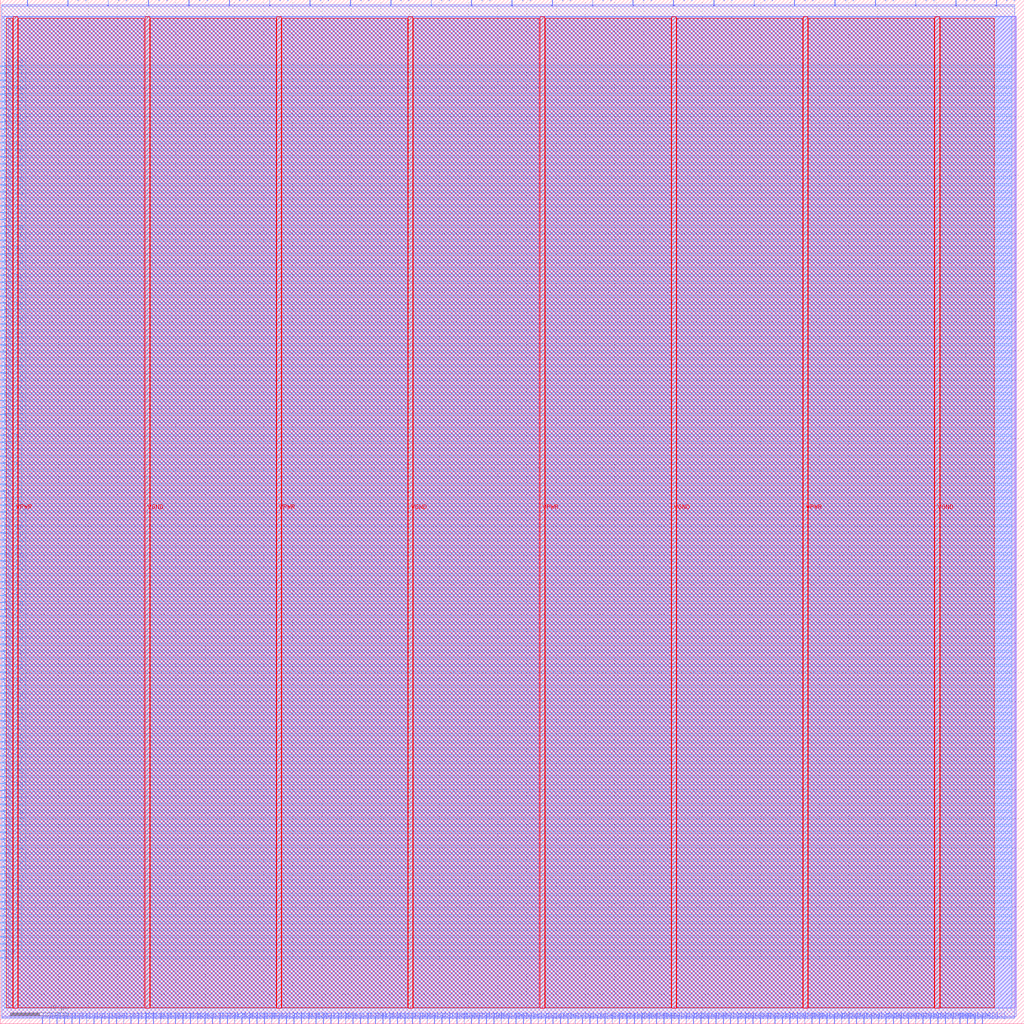
<source format=lef>
VERSION 5.7 ;
  NOWIREEXTENSIONATPIN ON ;
  DIVIDERCHAR "/" ;
  BUSBITCHARS "[]" ;
MACRO Microwatt_FP_DFFRFile
  CLASS BLOCK ;
  FOREIGN Microwatt_FP_DFFRFile ;
  ORIGIN 0.000 0.000 ;
  SIZE 700.000 BY 700.000 ;
  PIN CLK
    DIRECTION INPUT ;
    USE SIGNAL ;
    PORT
      LAYER met3 ;
        RECT 0.000 44.920 4.000 45.520 ;
    END
  END CLK
  PIN D1[0]
    DIRECTION OUTPUT TRISTATE ;
    USE SIGNAL ;
    PORT
      LAYER met3 ;
        RECT 0.000 49.680 4.000 50.280 ;
    END
  END D1[0]
  PIN D1[10]
    DIRECTION OUTPUT TRISTATE ;
    USE SIGNAL ;
    PORT
      LAYER met3 ;
        RECT 0.000 97.280 4.000 97.880 ;
    END
  END D1[10]
  PIN D1[11]
    DIRECTION OUTPUT TRISTATE ;
    USE SIGNAL ;
    PORT
      LAYER met3 ;
        RECT 0.000 102.040 4.000 102.640 ;
    END
  END D1[11]
  PIN D1[12]
    DIRECTION OUTPUT TRISTATE ;
    USE SIGNAL ;
    PORT
      LAYER met3 ;
        RECT 0.000 106.800 4.000 107.400 ;
    END
  END D1[12]
  PIN D1[13]
    DIRECTION OUTPUT TRISTATE ;
    USE SIGNAL ;
    PORT
      LAYER met3 ;
        RECT 0.000 111.560 4.000 112.160 ;
    END
  END D1[13]
  PIN D1[14]
    DIRECTION OUTPUT TRISTATE ;
    USE SIGNAL ;
    PORT
      LAYER met3 ;
        RECT 0.000 116.320 4.000 116.920 ;
    END
  END D1[14]
  PIN D1[15]
    DIRECTION OUTPUT TRISTATE ;
    USE SIGNAL ;
    PORT
      LAYER met3 ;
        RECT 0.000 121.080 4.000 121.680 ;
    END
  END D1[15]
  PIN D1[16]
    DIRECTION OUTPUT TRISTATE ;
    USE SIGNAL ;
    PORT
      LAYER met3 ;
        RECT 0.000 125.840 4.000 126.440 ;
    END
  END D1[16]
  PIN D1[17]
    DIRECTION OUTPUT TRISTATE ;
    USE SIGNAL ;
    PORT
      LAYER met3 ;
        RECT 0.000 130.600 4.000 131.200 ;
    END
  END D1[17]
  PIN D1[18]
    DIRECTION OUTPUT TRISTATE ;
    USE SIGNAL ;
    PORT
      LAYER met3 ;
        RECT 0.000 135.360 4.000 135.960 ;
    END
  END D1[18]
  PIN D1[19]
    DIRECTION OUTPUT TRISTATE ;
    USE SIGNAL ;
    PORT
      LAYER met3 ;
        RECT 0.000 140.120 4.000 140.720 ;
    END
  END D1[19]
  PIN D1[1]
    DIRECTION OUTPUT TRISTATE ;
    USE SIGNAL ;
    PORT
      LAYER met3 ;
        RECT 0.000 54.440 4.000 55.040 ;
    END
  END D1[1]
  PIN D1[20]
    DIRECTION OUTPUT TRISTATE ;
    USE SIGNAL ;
    PORT
      LAYER met3 ;
        RECT 0.000 144.880 4.000 145.480 ;
    END
  END D1[20]
  PIN D1[21]
    DIRECTION OUTPUT TRISTATE ;
    USE SIGNAL ;
    PORT
      LAYER met3 ;
        RECT 0.000 149.640 4.000 150.240 ;
    END
  END D1[21]
  PIN D1[22]
    DIRECTION OUTPUT TRISTATE ;
    USE SIGNAL ;
    PORT
      LAYER met3 ;
        RECT 0.000 154.400 4.000 155.000 ;
    END
  END D1[22]
  PIN D1[23]
    DIRECTION OUTPUT TRISTATE ;
    USE SIGNAL ;
    PORT
      LAYER met3 ;
        RECT 0.000 159.160 4.000 159.760 ;
    END
  END D1[23]
  PIN D1[24]
    DIRECTION OUTPUT TRISTATE ;
    USE SIGNAL ;
    PORT
      LAYER met3 ;
        RECT 0.000 163.920 4.000 164.520 ;
    END
  END D1[24]
  PIN D1[25]
    DIRECTION OUTPUT TRISTATE ;
    USE SIGNAL ;
    PORT
      LAYER met3 ;
        RECT 0.000 168.680 4.000 169.280 ;
    END
  END D1[25]
  PIN D1[26]
    DIRECTION OUTPUT TRISTATE ;
    USE SIGNAL ;
    PORT
      LAYER met3 ;
        RECT 0.000 173.440 4.000 174.040 ;
    END
  END D1[26]
  PIN D1[27]
    DIRECTION OUTPUT TRISTATE ;
    USE SIGNAL ;
    PORT
      LAYER met3 ;
        RECT 0.000 178.200 4.000 178.800 ;
    END
  END D1[27]
  PIN D1[28]
    DIRECTION OUTPUT TRISTATE ;
    USE SIGNAL ;
    PORT
      LAYER met3 ;
        RECT 0.000 182.960 4.000 183.560 ;
    END
  END D1[28]
  PIN D1[29]
    DIRECTION OUTPUT TRISTATE ;
    USE SIGNAL ;
    PORT
      LAYER met3 ;
        RECT 0.000 187.720 4.000 188.320 ;
    END
  END D1[29]
  PIN D1[2]
    DIRECTION OUTPUT TRISTATE ;
    USE SIGNAL ;
    PORT
      LAYER met3 ;
        RECT 0.000 59.200 4.000 59.800 ;
    END
  END D1[2]
  PIN D1[30]
    DIRECTION OUTPUT TRISTATE ;
    USE SIGNAL ;
    PORT
      LAYER met3 ;
        RECT 0.000 192.480 4.000 193.080 ;
    END
  END D1[30]
  PIN D1[31]
    DIRECTION OUTPUT TRISTATE ;
    USE SIGNAL ;
    PORT
      LAYER met3 ;
        RECT 0.000 197.240 4.000 197.840 ;
    END
  END D1[31]
  PIN D1[32]
    DIRECTION OUTPUT TRISTATE ;
    USE SIGNAL ;
    PORT
      LAYER met3 ;
        RECT 0.000 202.000 4.000 202.600 ;
    END
  END D1[32]
  PIN D1[33]
    DIRECTION OUTPUT TRISTATE ;
    USE SIGNAL ;
    PORT
      LAYER met3 ;
        RECT 0.000 206.760 4.000 207.360 ;
    END
  END D1[33]
  PIN D1[34]
    DIRECTION OUTPUT TRISTATE ;
    USE SIGNAL ;
    PORT
      LAYER met3 ;
        RECT 0.000 211.520 4.000 212.120 ;
    END
  END D1[34]
  PIN D1[35]
    DIRECTION OUTPUT TRISTATE ;
    USE SIGNAL ;
    PORT
      LAYER met3 ;
        RECT 0.000 216.280 4.000 216.880 ;
    END
  END D1[35]
  PIN D1[36]
    DIRECTION OUTPUT TRISTATE ;
    USE SIGNAL ;
    PORT
      LAYER met3 ;
        RECT 0.000 221.040 4.000 221.640 ;
    END
  END D1[36]
  PIN D1[37]
    DIRECTION OUTPUT TRISTATE ;
    USE SIGNAL ;
    PORT
      LAYER met3 ;
        RECT 0.000 225.800 4.000 226.400 ;
    END
  END D1[37]
  PIN D1[38]
    DIRECTION OUTPUT TRISTATE ;
    USE SIGNAL ;
    PORT
      LAYER met3 ;
        RECT 0.000 230.560 4.000 231.160 ;
    END
  END D1[38]
  PIN D1[39]
    DIRECTION OUTPUT TRISTATE ;
    USE SIGNAL ;
    PORT
      LAYER met3 ;
        RECT 0.000 235.320 4.000 235.920 ;
    END
  END D1[39]
  PIN D1[3]
    DIRECTION OUTPUT TRISTATE ;
    USE SIGNAL ;
    PORT
      LAYER met3 ;
        RECT 0.000 63.960 4.000 64.560 ;
    END
  END D1[3]
  PIN D1[40]
    DIRECTION OUTPUT TRISTATE ;
    USE SIGNAL ;
    PORT
      LAYER met3 ;
        RECT 0.000 240.080 4.000 240.680 ;
    END
  END D1[40]
  PIN D1[41]
    DIRECTION OUTPUT TRISTATE ;
    USE SIGNAL ;
    PORT
      LAYER met3 ;
        RECT 0.000 244.840 4.000 245.440 ;
    END
  END D1[41]
  PIN D1[42]
    DIRECTION OUTPUT TRISTATE ;
    USE SIGNAL ;
    PORT
      LAYER met3 ;
        RECT 0.000 249.600 4.000 250.200 ;
    END
  END D1[42]
  PIN D1[43]
    DIRECTION OUTPUT TRISTATE ;
    USE SIGNAL ;
    PORT
      LAYER met3 ;
        RECT 0.000 254.360 4.000 254.960 ;
    END
  END D1[43]
  PIN D1[44]
    DIRECTION OUTPUT TRISTATE ;
    USE SIGNAL ;
    PORT
      LAYER met3 ;
        RECT 0.000 259.120 4.000 259.720 ;
    END
  END D1[44]
  PIN D1[45]
    DIRECTION OUTPUT TRISTATE ;
    USE SIGNAL ;
    PORT
      LAYER met3 ;
        RECT 0.000 263.880 4.000 264.480 ;
    END
  END D1[45]
  PIN D1[46]
    DIRECTION OUTPUT TRISTATE ;
    USE SIGNAL ;
    PORT
      LAYER met3 ;
        RECT 0.000 268.640 4.000 269.240 ;
    END
  END D1[46]
  PIN D1[47]
    DIRECTION OUTPUT TRISTATE ;
    USE SIGNAL ;
    PORT
      LAYER met3 ;
        RECT 0.000 273.400 4.000 274.000 ;
    END
  END D1[47]
  PIN D1[48]
    DIRECTION OUTPUT TRISTATE ;
    USE SIGNAL ;
    PORT
      LAYER met3 ;
        RECT 0.000 278.160 4.000 278.760 ;
    END
  END D1[48]
  PIN D1[49]
    DIRECTION OUTPUT TRISTATE ;
    USE SIGNAL ;
    PORT
      LAYER met3 ;
        RECT 0.000 282.920 4.000 283.520 ;
    END
  END D1[49]
  PIN D1[4]
    DIRECTION OUTPUT TRISTATE ;
    USE SIGNAL ;
    PORT
      LAYER met3 ;
        RECT 0.000 68.720 4.000 69.320 ;
    END
  END D1[4]
  PIN D1[50]
    DIRECTION OUTPUT TRISTATE ;
    USE SIGNAL ;
    PORT
      LAYER met3 ;
        RECT 0.000 287.680 4.000 288.280 ;
    END
  END D1[50]
  PIN D1[51]
    DIRECTION OUTPUT TRISTATE ;
    USE SIGNAL ;
    PORT
      LAYER met3 ;
        RECT 0.000 292.440 4.000 293.040 ;
    END
  END D1[51]
  PIN D1[52]
    DIRECTION OUTPUT TRISTATE ;
    USE SIGNAL ;
    PORT
      LAYER met3 ;
        RECT 0.000 297.200 4.000 297.800 ;
    END
  END D1[52]
  PIN D1[53]
    DIRECTION OUTPUT TRISTATE ;
    USE SIGNAL ;
    PORT
      LAYER met3 ;
        RECT 0.000 301.960 4.000 302.560 ;
    END
  END D1[53]
  PIN D1[54]
    DIRECTION OUTPUT TRISTATE ;
    USE SIGNAL ;
    PORT
      LAYER met3 ;
        RECT 0.000 306.720 4.000 307.320 ;
    END
  END D1[54]
  PIN D1[55]
    DIRECTION OUTPUT TRISTATE ;
    USE SIGNAL ;
    PORT
      LAYER met3 ;
        RECT 0.000 311.480 4.000 312.080 ;
    END
  END D1[55]
  PIN D1[56]
    DIRECTION OUTPUT TRISTATE ;
    USE SIGNAL ;
    PORT
      LAYER met3 ;
        RECT 0.000 316.240 4.000 316.840 ;
    END
  END D1[56]
  PIN D1[57]
    DIRECTION OUTPUT TRISTATE ;
    USE SIGNAL ;
    PORT
      LAYER met3 ;
        RECT 0.000 321.000 4.000 321.600 ;
    END
  END D1[57]
  PIN D1[58]
    DIRECTION OUTPUT TRISTATE ;
    USE SIGNAL ;
    PORT
      LAYER met3 ;
        RECT 0.000 325.760 4.000 326.360 ;
    END
  END D1[58]
  PIN D1[59]
    DIRECTION OUTPUT TRISTATE ;
    USE SIGNAL ;
    PORT
      LAYER met3 ;
        RECT 0.000 330.520 4.000 331.120 ;
    END
  END D1[59]
  PIN D1[5]
    DIRECTION OUTPUT TRISTATE ;
    USE SIGNAL ;
    PORT
      LAYER met3 ;
        RECT 0.000 73.480 4.000 74.080 ;
    END
  END D1[5]
  PIN D1[60]
    DIRECTION OUTPUT TRISTATE ;
    USE SIGNAL ;
    PORT
      LAYER met3 ;
        RECT 0.000 335.280 4.000 335.880 ;
    END
  END D1[60]
  PIN D1[61]
    DIRECTION OUTPUT TRISTATE ;
    USE SIGNAL ;
    PORT
      LAYER met3 ;
        RECT 0.000 340.040 4.000 340.640 ;
    END
  END D1[61]
  PIN D1[62]
    DIRECTION OUTPUT TRISTATE ;
    USE SIGNAL ;
    PORT
      LAYER met3 ;
        RECT 0.000 344.800 4.000 345.400 ;
    END
  END D1[62]
  PIN D1[63]
    DIRECTION OUTPUT TRISTATE ;
    USE SIGNAL ;
    PORT
      LAYER met3 ;
        RECT 0.000 349.560 4.000 350.160 ;
    END
  END D1[63]
  PIN D1[6]
    DIRECTION OUTPUT TRISTATE ;
    USE SIGNAL ;
    PORT
      LAYER met3 ;
        RECT 0.000 78.240 4.000 78.840 ;
    END
  END D1[6]
  PIN D1[7]
    DIRECTION OUTPUT TRISTATE ;
    USE SIGNAL ;
    PORT
      LAYER met3 ;
        RECT 0.000 83.000 4.000 83.600 ;
    END
  END D1[7]
  PIN D1[8]
    DIRECTION OUTPUT TRISTATE ;
    USE SIGNAL ;
    PORT
      LAYER met3 ;
        RECT 0.000 87.760 4.000 88.360 ;
    END
  END D1[8]
  PIN D1[9]
    DIRECTION OUTPUT TRISTATE ;
    USE SIGNAL ;
    PORT
      LAYER met3 ;
        RECT 0.000 92.520 4.000 93.120 ;
    END
  END D1[9]
  PIN D2[0]
    DIRECTION OUTPUT TRISTATE ;
    USE SIGNAL ;
    PORT
      LAYER met3 ;
        RECT 0.000 354.320 4.000 354.920 ;
    END
  END D2[0]
  PIN D2[10]
    DIRECTION OUTPUT TRISTATE ;
    USE SIGNAL ;
    PORT
      LAYER met3 ;
        RECT 0.000 401.920 4.000 402.520 ;
    END
  END D2[10]
  PIN D2[11]
    DIRECTION OUTPUT TRISTATE ;
    USE SIGNAL ;
    PORT
      LAYER met3 ;
        RECT 0.000 406.680 4.000 407.280 ;
    END
  END D2[11]
  PIN D2[12]
    DIRECTION OUTPUT TRISTATE ;
    USE SIGNAL ;
    PORT
      LAYER met3 ;
        RECT 0.000 411.440 4.000 412.040 ;
    END
  END D2[12]
  PIN D2[13]
    DIRECTION OUTPUT TRISTATE ;
    USE SIGNAL ;
    PORT
      LAYER met3 ;
        RECT 0.000 416.200 4.000 416.800 ;
    END
  END D2[13]
  PIN D2[14]
    DIRECTION OUTPUT TRISTATE ;
    USE SIGNAL ;
    PORT
      LAYER met3 ;
        RECT 0.000 420.960 4.000 421.560 ;
    END
  END D2[14]
  PIN D2[15]
    DIRECTION OUTPUT TRISTATE ;
    USE SIGNAL ;
    PORT
      LAYER met3 ;
        RECT 0.000 425.720 4.000 426.320 ;
    END
  END D2[15]
  PIN D2[16]
    DIRECTION OUTPUT TRISTATE ;
    USE SIGNAL ;
    PORT
      LAYER met3 ;
        RECT 0.000 430.480 4.000 431.080 ;
    END
  END D2[16]
  PIN D2[17]
    DIRECTION OUTPUT TRISTATE ;
    USE SIGNAL ;
    PORT
      LAYER met3 ;
        RECT 0.000 435.240 4.000 435.840 ;
    END
  END D2[17]
  PIN D2[18]
    DIRECTION OUTPUT TRISTATE ;
    USE SIGNAL ;
    PORT
      LAYER met3 ;
        RECT 0.000 440.000 4.000 440.600 ;
    END
  END D2[18]
  PIN D2[19]
    DIRECTION OUTPUT TRISTATE ;
    USE SIGNAL ;
    PORT
      LAYER met3 ;
        RECT 0.000 444.760 4.000 445.360 ;
    END
  END D2[19]
  PIN D2[1]
    DIRECTION OUTPUT TRISTATE ;
    USE SIGNAL ;
    PORT
      LAYER met3 ;
        RECT 0.000 359.080 4.000 359.680 ;
    END
  END D2[1]
  PIN D2[20]
    DIRECTION OUTPUT TRISTATE ;
    USE SIGNAL ;
    PORT
      LAYER met3 ;
        RECT 0.000 449.520 4.000 450.120 ;
    END
  END D2[20]
  PIN D2[21]
    DIRECTION OUTPUT TRISTATE ;
    USE SIGNAL ;
    PORT
      LAYER met3 ;
        RECT 0.000 454.280 4.000 454.880 ;
    END
  END D2[21]
  PIN D2[22]
    DIRECTION OUTPUT TRISTATE ;
    USE SIGNAL ;
    PORT
      LAYER met3 ;
        RECT 0.000 459.040 4.000 459.640 ;
    END
  END D2[22]
  PIN D2[23]
    DIRECTION OUTPUT TRISTATE ;
    USE SIGNAL ;
    PORT
      LAYER met3 ;
        RECT 0.000 463.800 4.000 464.400 ;
    END
  END D2[23]
  PIN D2[24]
    DIRECTION OUTPUT TRISTATE ;
    USE SIGNAL ;
    PORT
      LAYER met3 ;
        RECT 0.000 468.560 4.000 469.160 ;
    END
  END D2[24]
  PIN D2[25]
    DIRECTION OUTPUT TRISTATE ;
    USE SIGNAL ;
    PORT
      LAYER met3 ;
        RECT 0.000 473.320 4.000 473.920 ;
    END
  END D2[25]
  PIN D2[26]
    DIRECTION OUTPUT TRISTATE ;
    USE SIGNAL ;
    PORT
      LAYER met3 ;
        RECT 0.000 478.080 4.000 478.680 ;
    END
  END D2[26]
  PIN D2[27]
    DIRECTION OUTPUT TRISTATE ;
    USE SIGNAL ;
    PORT
      LAYER met3 ;
        RECT 0.000 482.840 4.000 483.440 ;
    END
  END D2[27]
  PIN D2[28]
    DIRECTION OUTPUT TRISTATE ;
    USE SIGNAL ;
    PORT
      LAYER met3 ;
        RECT 0.000 487.600 4.000 488.200 ;
    END
  END D2[28]
  PIN D2[29]
    DIRECTION OUTPUT TRISTATE ;
    USE SIGNAL ;
    PORT
      LAYER met3 ;
        RECT 0.000 492.360 4.000 492.960 ;
    END
  END D2[29]
  PIN D2[2]
    DIRECTION OUTPUT TRISTATE ;
    USE SIGNAL ;
    PORT
      LAYER met3 ;
        RECT 0.000 363.840 4.000 364.440 ;
    END
  END D2[2]
  PIN D2[30]
    DIRECTION OUTPUT TRISTATE ;
    USE SIGNAL ;
    PORT
      LAYER met3 ;
        RECT 0.000 497.120 4.000 497.720 ;
    END
  END D2[30]
  PIN D2[31]
    DIRECTION OUTPUT TRISTATE ;
    USE SIGNAL ;
    PORT
      LAYER met3 ;
        RECT 0.000 501.880 4.000 502.480 ;
    END
  END D2[31]
  PIN D2[32]
    DIRECTION OUTPUT TRISTATE ;
    USE SIGNAL ;
    PORT
      LAYER met3 ;
        RECT 0.000 506.640 4.000 507.240 ;
    END
  END D2[32]
  PIN D2[33]
    DIRECTION OUTPUT TRISTATE ;
    USE SIGNAL ;
    PORT
      LAYER met3 ;
        RECT 0.000 511.400 4.000 512.000 ;
    END
  END D2[33]
  PIN D2[34]
    DIRECTION OUTPUT TRISTATE ;
    USE SIGNAL ;
    PORT
      LAYER met3 ;
        RECT 0.000 516.160 4.000 516.760 ;
    END
  END D2[34]
  PIN D2[35]
    DIRECTION OUTPUT TRISTATE ;
    USE SIGNAL ;
    PORT
      LAYER met3 ;
        RECT 0.000 520.920 4.000 521.520 ;
    END
  END D2[35]
  PIN D2[36]
    DIRECTION OUTPUT TRISTATE ;
    USE SIGNAL ;
    PORT
      LAYER met3 ;
        RECT 0.000 525.680 4.000 526.280 ;
    END
  END D2[36]
  PIN D2[37]
    DIRECTION OUTPUT TRISTATE ;
    USE SIGNAL ;
    PORT
      LAYER met3 ;
        RECT 0.000 530.440 4.000 531.040 ;
    END
  END D2[37]
  PIN D2[38]
    DIRECTION OUTPUT TRISTATE ;
    USE SIGNAL ;
    PORT
      LAYER met3 ;
        RECT 0.000 535.200 4.000 535.800 ;
    END
  END D2[38]
  PIN D2[39]
    DIRECTION OUTPUT TRISTATE ;
    USE SIGNAL ;
    PORT
      LAYER met3 ;
        RECT 0.000 539.960 4.000 540.560 ;
    END
  END D2[39]
  PIN D2[3]
    DIRECTION OUTPUT TRISTATE ;
    USE SIGNAL ;
    PORT
      LAYER met3 ;
        RECT 0.000 368.600 4.000 369.200 ;
    END
  END D2[3]
  PIN D2[40]
    DIRECTION OUTPUT TRISTATE ;
    USE SIGNAL ;
    PORT
      LAYER met3 ;
        RECT 0.000 544.720 4.000 545.320 ;
    END
  END D2[40]
  PIN D2[41]
    DIRECTION OUTPUT TRISTATE ;
    USE SIGNAL ;
    PORT
      LAYER met3 ;
        RECT 0.000 549.480 4.000 550.080 ;
    END
  END D2[41]
  PIN D2[42]
    DIRECTION OUTPUT TRISTATE ;
    USE SIGNAL ;
    PORT
      LAYER met3 ;
        RECT 0.000 554.240 4.000 554.840 ;
    END
  END D2[42]
  PIN D2[43]
    DIRECTION OUTPUT TRISTATE ;
    USE SIGNAL ;
    PORT
      LAYER met3 ;
        RECT 0.000 559.000 4.000 559.600 ;
    END
  END D2[43]
  PIN D2[44]
    DIRECTION OUTPUT TRISTATE ;
    USE SIGNAL ;
    PORT
      LAYER met3 ;
        RECT 0.000 563.760 4.000 564.360 ;
    END
  END D2[44]
  PIN D2[45]
    DIRECTION OUTPUT TRISTATE ;
    USE SIGNAL ;
    PORT
      LAYER met3 ;
        RECT 0.000 568.520 4.000 569.120 ;
    END
  END D2[45]
  PIN D2[46]
    DIRECTION OUTPUT TRISTATE ;
    USE SIGNAL ;
    PORT
      LAYER met3 ;
        RECT 0.000 573.280 4.000 573.880 ;
    END
  END D2[46]
  PIN D2[47]
    DIRECTION OUTPUT TRISTATE ;
    USE SIGNAL ;
    PORT
      LAYER met3 ;
        RECT 0.000 578.040 4.000 578.640 ;
    END
  END D2[47]
  PIN D2[48]
    DIRECTION OUTPUT TRISTATE ;
    USE SIGNAL ;
    PORT
      LAYER met3 ;
        RECT 0.000 582.800 4.000 583.400 ;
    END
  END D2[48]
  PIN D2[49]
    DIRECTION OUTPUT TRISTATE ;
    USE SIGNAL ;
    PORT
      LAYER met3 ;
        RECT 0.000 587.560 4.000 588.160 ;
    END
  END D2[49]
  PIN D2[4]
    DIRECTION OUTPUT TRISTATE ;
    USE SIGNAL ;
    PORT
      LAYER met3 ;
        RECT 0.000 373.360 4.000 373.960 ;
    END
  END D2[4]
  PIN D2[50]
    DIRECTION OUTPUT TRISTATE ;
    USE SIGNAL ;
    PORT
      LAYER met3 ;
        RECT 0.000 592.320 4.000 592.920 ;
    END
  END D2[50]
  PIN D2[51]
    DIRECTION OUTPUT TRISTATE ;
    USE SIGNAL ;
    PORT
      LAYER met3 ;
        RECT 0.000 597.080 4.000 597.680 ;
    END
  END D2[51]
  PIN D2[52]
    DIRECTION OUTPUT TRISTATE ;
    USE SIGNAL ;
    PORT
      LAYER met3 ;
        RECT 0.000 601.840 4.000 602.440 ;
    END
  END D2[52]
  PIN D2[53]
    DIRECTION OUTPUT TRISTATE ;
    USE SIGNAL ;
    PORT
      LAYER met3 ;
        RECT 0.000 606.600 4.000 607.200 ;
    END
  END D2[53]
  PIN D2[54]
    DIRECTION OUTPUT TRISTATE ;
    USE SIGNAL ;
    PORT
      LAYER met3 ;
        RECT 0.000 611.360 4.000 611.960 ;
    END
  END D2[54]
  PIN D2[55]
    DIRECTION OUTPUT TRISTATE ;
    USE SIGNAL ;
    PORT
      LAYER met3 ;
        RECT 0.000 616.120 4.000 616.720 ;
    END
  END D2[55]
  PIN D2[56]
    DIRECTION OUTPUT TRISTATE ;
    USE SIGNAL ;
    PORT
      LAYER met3 ;
        RECT 0.000 620.880 4.000 621.480 ;
    END
  END D2[56]
  PIN D2[57]
    DIRECTION OUTPUT TRISTATE ;
    USE SIGNAL ;
    PORT
      LAYER met3 ;
        RECT 0.000 625.640 4.000 626.240 ;
    END
  END D2[57]
  PIN D2[58]
    DIRECTION OUTPUT TRISTATE ;
    USE SIGNAL ;
    PORT
      LAYER met3 ;
        RECT 0.000 630.400 4.000 631.000 ;
    END
  END D2[58]
  PIN D2[59]
    DIRECTION OUTPUT TRISTATE ;
    USE SIGNAL ;
    PORT
      LAYER met3 ;
        RECT 0.000 635.160 4.000 635.760 ;
    END
  END D2[59]
  PIN D2[5]
    DIRECTION OUTPUT TRISTATE ;
    USE SIGNAL ;
    PORT
      LAYER met3 ;
        RECT 0.000 378.120 4.000 378.720 ;
    END
  END D2[5]
  PIN D2[60]
    DIRECTION OUTPUT TRISTATE ;
    USE SIGNAL ;
    PORT
      LAYER met3 ;
        RECT 0.000 639.920 4.000 640.520 ;
    END
  END D2[60]
  PIN D2[61]
    DIRECTION OUTPUT TRISTATE ;
    USE SIGNAL ;
    PORT
      LAYER met3 ;
        RECT 0.000 644.680 4.000 645.280 ;
    END
  END D2[61]
  PIN D2[62]
    DIRECTION OUTPUT TRISTATE ;
    USE SIGNAL ;
    PORT
      LAYER met3 ;
        RECT 0.000 649.440 4.000 650.040 ;
    END
  END D2[62]
  PIN D2[63]
    DIRECTION OUTPUT TRISTATE ;
    USE SIGNAL ;
    PORT
      LAYER met3 ;
        RECT 0.000 654.200 4.000 654.800 ;
    END
  END D2[63]
  PIN D2[6]
    DIRECTION OUTPUT TRISTATE ;
    USE SIGNAL ;
    PORT
      LAYER met3 ;
        RECT 0.000 382.880 4.000 383.480 ;
    END
  END D2[6]
  PIN D2[7]
    DIRECTION OUTPUT TRISTATE ;
    USE SIGNAL ;
    PORT
      LAYER met3 ;
        RECT 0.000 387.640 4.000 388.240 ;
    END
  END D2[7]
  PIN D2[8]
    DIRECTION OUTPUT TRISTATE ;
    USE SIGNAL ;
    PORT
      LAYER met3 ;
        RECT 0.000 392.400 4.000 393.000 ;
    END
  END D2[8]
  PIN D2[9]
    DIRECTION OUTPUT TRISTATE ;
    USE SIGNAL ;
    PORT
      LAYER met3 ;
        RECT 0.000 397.160 4.000 397.760 ;
    END
  END D2[9]
  PIN D3[0]
    DIRECTION OUTPUT TRISTATE ;
    USE SIGNAL ;
    PORT
      LAYER met2 ;
        RECT 28.610 0.000 28.890 4.000 ;
    END
  END D3[0]
  PIN D3[10]
    DIRECTION OUTPUT TRISTATE ;
    USE SIGNAL ;
    PORT
      LAYER met2 ;
        RECT 79.210 0.000 79.490 4.000 ;
    END
  END D3[10]
  PIN D3[11]
    DIRECTION OUTPUT TRISTATE ;
    USE SIGNAL ;
    PORT
      LAYER met2 ;
        RECT 84.270 0.000 84.550 4.000 ;
    END
  END D3[11]
  PIN D3[12]
    DIRECTION OUTPUT TRISTATE ;
    USE SIGNAL ;
    PORT
      LAYER met2 ;
        RECT 89.330 0.000 89.610 4.000 ;
    END
  END D3[12]
  PIN D3[13]
    DIRECTION OUTPUT TRISTATE ;
    USE SIGNAL ;
    PORT
      LAYER met2 ;
        RECT 94.390 0.000 94.670 4.000 ;
    END
  END D3[13]
  PIN D3[14]
    DIRECTION OUTPUT TRISTATE ;
    USE SIGNAL ;
    PORT
      LAYER met2 ;
        RECT 99.450 0.000 99.730 4.000 ;
    END
  END D3[14]
  PIN D3[15]
    DIRECTION OUTPUT TRISTATE ;
    USE SIGNAL ;
    PORT
      LAYER met2 ;
        RECT 104.510 0.000 104.790 4.000 ;
    END
  END D3[15]
  PIN D3[16]
    DIRECTION OUTPUT TRISTATE ;
    USE SIGNAL ;
    PORT
      LAYER met2 ;
        RECT 109.570 0.000 109.850 4.000 ;
    END
  END D3[16]
  PIN D3[17]
    DIRECTION OUTPUT TRISTATE ;
    USE SIGNAL ;
    PORT
      LAYER met2 ;
        RECT 114.630 0.000 114.910 4.000 ;
    END
  END D3[17]
  PIN D3[18]
    DIRECTION OUTPUT TRISTATE ;
    USE SIGNAL ;
    PORT
      LAYER met2 ;
        RECT 119.690 0.000 119.970 4.000 ;
    END
  END D3[18]
  PIN D3[19]
    DIRECTION OUTPUT TRISTATE ;
    USE SIGNAL ;
    PORT
      LAYER met2 ;
        RECT 124.750 0.000 125.030 4.000 ;
    END
  END D3[19]
  PIN D3[1]
    DIRECTION OUTPUT TRISTATE ;
    USE SIGNAL ;
    PORT
      LAYER met2 ;
        RECT 33.670 0.000 33.950 4.000 ;
    END
  END D3[1]
  PIN D3[20]
    DIRECTION OUTPUT TRISTATE ;
    USE SIGNAL ;
    PORT
      LAYER met2 ;
        RECT 129.810 0.000 130.090 4.000 ;
    END
  END D3[20]
  PIN D3[21]
    DIRECTION OUTPUT TRISTATE ;
    USE SIGNAL ;
    PORT
      LAYER met2 ;
        RECT 134.870 0.000 135.150 4.000 ;
    END
  END D3[21]
  PIN D3[22]
    DIRECTION OUTPUT TRISTATE ;
    USE SIGNAL ;
    PORT
      LAYER met2 ;
        RECT 139.930 0.000 140.210 4.000 ;
    END
  END D3[22]
  PIN D3[23]
    DIRECTION OUTPUT TRISTATE ;
    USE SIGNAL ;
    PORT
      LAYER met2 ;
        RECT 144.990 0.000 145.270 4.000 ;
    END
  END D3[23]
  PIN D3[24]
    DIRECTION OUTPUT TRISTATE ;
    USE SIGNAL ;
    PORT
      LAYER met2 ;
        RECT 150.050 0.000 150.330 4.000 ;
    END
  END D3[24]
  PIN D3[25]
    DIRECTION OUTPUT TRISTATE ;
    USE SIGNAL ;
    PORT
      LAYER met2 ;
        RECT 155.110 0.000 155.390 4.000 ;
    END
  END D3[25]
  PIN D3[26]
    DIRECTION OUTPUT TRISTATE ;
    USE SIGNAL ;
    PORT
      LAYER met2 ;
        RECT 160.170 0.000 160.450 4.000 ;
    END
  END D3[26]
  PIN D3[27]
    DIRECTION OUTPUT TRISTATE ;
    USE SIGNAL ;
    PORT
      LAYER met2 ;
        RECT 165.230 0.000 165.510 4.000 ;
    END
  END D3[27]
  PIN D3[28]
    DIRECTION OUTPUT TRISTATE ;
    USE SIGNAL ;
    PORT
      LAYER met2 ;
        RECT 170.290 0.000 170.570 4.000 ;
    END
  END D3[28]
  PIN D3[29]
    DIRECTION OUTPUT TRISTATE ;
    USE SIGNAL ;
    PORT
      LAYER met2 ;
        RECT 175.350 0.000 175.630 4.000 ;
    END
  END D3[29]
  PIN D3[2]
    DIRECTION OUTPUT TRISTATE ;
    USE SIGNAL ;
    PORT
      LAYER met2 ;
        RECT 38.730 0.000 39.010 4.000 ;
    END
  END D3[2]
  PIN D3[30]
    DIRECTION OUTPUT TRISTATE ;
    USE SIGNAL ;
    PORT
      LAYER met2 ;
        RECT 180.410 0.000 180.690 4.000 ;
    END
  END D3[30]
  PIN D3[31]
    DIRECTION OUTPUT TRISTATE ;
    USE SIGNAL ;
    PORT
      LAYER met2 ;
        RECT 185.470 0.000 185.750 4.000 ;
    END
  END D3[31]
  PIN D3[32]
    DIRECTION OUTPUT TRISTATE ;
    USE SIGNAL ;
    PORT
      LAYER met2 ;
        RECT 190.530 0.000 190.810 4.000 ;
    END
  END D3[32]
  PIN D3[33]
    DIRECTION OUTPUT TRISTATE ;
    USE SIGNAL ;
    PORT
      LAYER met2 ;
        RECT 195.590 0.000 195.870 4.000 ;
    END
  END D3[33]
  PIN D3[34]
    DIRECTION OUTPUT TRISTATE ;
    USE SIGNAL ;
    PORT
      LAYER met2 ;
        RECT 200.650 0.000 200.930 4.000 ;
    END
  END D3[34]
  PIN D3[35]
    DIRECTION OUTPUT TRISTATE ;
    USE SIGNAL ;
    PORT
      LAYER met2 ;
        RECT 205.710 0.000 205.990 4.000 ;
    END
  END D3[35]
  PIN D3[36]
    DIRECTION OUTPUT TRISTATE ;
    USE SIGNAL ;
    PORT
      LAYER met2 ;
        RECT 210.770 0.000 211.050 4.000 ;
    END
  END D3[36]
  PIN D3[37]
    DIRECTION OUTPUT TRISTATE ;
    USE SIGNAL ;
    PORT
      LAYER met2 ;
        RECT 215.830 0.000 216.110 4.000 ;
    END
  END D3[37]
  PIN D3[38]
    DIRECTION OUTPUT TRISTATE ;
    USE SIGNAL ;
    PORT
      LAYER met2 ;
        RECT 220.890 0.000 221.170 4.000 ;
    END
  END D3[38]
  PIN D3[39]
    DIRECTION OUTPUT TRISTATE ;
    USE SIGNAL ;
    PORT
      LAYER met2 ;
        RECT 225.950 0.000 226.230 4.000 ;
    END
  END D3[39]
  PIN D3[3]
    DIRECTION OUTPUT TRISTATE ;
    USE SIGNAL ;
    PORT
      LAYER met2 ;
        RECT 43.790 0.000 44.070 4.000 ;
    END
  END D3[3]
  PIN D3[40]
    DIRECTION OUTPUT TRISTATE ;
    USE SIGNAL ;
    PORT
      LAYER met2 ;
        RECT 231.010 0.000 231.290 4.000 ;
    END
  END D3[40]
  PIN D3[41]
    DIRECTION OUTPUT TRISTATE ;
    USE SIGNAL ;
    PORT
      LAYER met2 ;
        RECT 236.070 0.000 236.350 4.000 ;
    END
  END D3[41]
  PIN D3[42]
    DIRECTION OUTPUT TRISTATE ;
    USE SIGNAL ;
    PORT
      LAYER met2 ;
        RECT 241.130 0.000 241.410 4.000 ;
    END
  END D3[42]
  PIN D3[43]
    DIRECTION OUTPUT TRISTATE ;
    USE SIGNAL ;
    PORT
      LAYER met2 ;
        RECT 246.190 0.000 246.470 4.000 ;
    END
  END D3[43]
  PIN D3[44]
    DIRECTION OUTPUT TRISTATE ;
    USE SIGNAL ;
    PORT
      LAYER met2 ;
        RECT 251.250 0.000 251.530 4.000 ;
    END
  END D3[44]
  PIN D3[45]
    DIRECTION OUTPUT TRISTATE ;
    USE SIGNAL ;
    PORT
      LAYER met2 ;
        RECT 256.310 0.000 256.590 4.000 ;
    END
  END D3[45]
  PIN D3[46]
    DIRECTION OUTPUT TRISTATE ;
    USE SIGNAL ;
    PORT
      LAYER met2 ;
        RECT 261.370 0.000 261.650 4.000 ;
    END
  END D3[46]
  PIN D3[47]
    DIRECTION OUTPUT TRISTATE ;
    USE SIGNAL ;
    PORT
      LAYER met2 ;
        RECT 266.430 0.000 266.710 4.000 ;
    END
  END D3[47]
  PIN D3[48]
    DIRECTION OUTPUT TRISTATE ;
    USE SIGNAL ;
    PORT
      LAYER met2 ;
        RECT 271.490 0.000 271.770 4.000 ;
    END
  END D3[48]
  PIN D3[49]
    DIRECTION OUTPUT TRISTATE ;
    USE SIGNAL ;
    PORT
      LAYER met2 ;
        RECT 276.550 0.000 276.830 4.000 ;
    END
  END D3[49]
  PIN D3[4]
    DIRECTION OUTPUT TRISTATE ;
    USE SIGNAL ;
    PORT
      LAYER met2 ;
        RECT 48.850 0.000 49.130 4.000 ;
    END
  END D3[4]
  PIN D3[50]
    DIRECTION OUTPUT TRISTATE ;
    USE SIGNAL ;
    PORT
      LAYER met2 ;
        RECT 281.610 0.000 281.890 4.000 ;
    END
  END D3[50]
  PIN D3[51]
    DIRECTION OUTPUT TRISTATE ;
    USE SIGNAL ;
    PORT
      LAYER met2 ;
        RECT 286.670 0.000 286.950 4.000 ;
    END
  END D3[51]
  PIN D3[52]
    DIRECTION OUTPUT TRISTATE ;
    USE SIGNAL ;
    PORT
      LAYER met2 ;
        RECT 291.730 0.000 292.010 4.000 ;
    END
  END D3[52]
  PIN D3[53]
    DIRECTION OUTPUT TRISTATE ;
    USE SIGNAL ;
    PORT
      LAYER met2 ;
        RECT 296.790 0.000 297.070 4.000 ;
    END
  END D3[53]
  PIN D3[54]
    DIRECTION OUTPUT TRISTATE ;
    USE SIGNAL ;
    PORT
      LAYER met2 ;
        RECT 301.850 0.000 302.130 4.000 ;
    END
  END D3[54]
  PIN D3[55]
    DIRECTION OUTPUT TRISTATE ;
    USE SIGNAL ;
    PORT
      LAYER met2 ;
        RECT 306.910 0.000 307.190 4.000 ;
    END
  END D3[55]
  PIN D3[56]
    DIRECTION OUTPUT TRISTATE ;
    USE SIGNAL ;
    PORT
      LAYER met2 ;
        RECT 311.970 0.000 312.250 4.000 ;
    END
  END D3[56]
  PIN D3[57]
    DIRECTION OUTPUT TRISTATE ;
    USE SIGNAL ;
    PORT
      LAYER met2 ;
        RECT 317.030 0.000 317.310 4.000 ;
    END
  END D3[57]
  PIN D3[58]
    DIRECTION OUTPUT TRISTATE ;
    USE SIGNAL ;
    PORT
      LAYER met2 ;
        RECT 322.090 0.000 322.370 4.000 ;
    END
  END D3[58]
  PIN D3[59]
    DIRECTION OUTPUT TRISTATE ;
    USE SIGNAL ;
    PORT
      LAYER met2 ;
        RECT 327.150 0.000 327.430 4.000 ;
    END
  END D3[59]
  PIN D3[5]
    DIRECTION OUTPUT TRISTATE ;
    USE SIGNAL ;
    PORT
      LAYER met2 ;
        RECT 53.910 0.000 54.190 4.000 ;
    END
  END D3[5]
  PIN D3[60]
    DIRECTION OUTPUT TRISTATE ;
    USE SIGNAL ;
    PORT
      LAYER met2 ;
        RECT 332.210 0.000 332.490 4.000 ;
    END
  END D3[60]
  PIN D3[61]
    DIRECTION OUTPUT TRISTATE ;
    USE SIGNAL ;
    PORT
      LAYER met2 ;
        RECT 337.270 0.000 337.550 4.000 ;
    END
  END D3[61]
  PIN D3[62]
    DIRECTION OUTPUT TRISTATE ;
    USE SIGNAL ;
    PORT
      LAYER met2 ;
        RECT 342.330 0.000 342.610 4.000 ;
    END
  END D3[62]
  PIN D3[63]
    DIRECTION OUTPUT TRISTATE ;
    USE SIGNAL ;
    PORT
      LAYER met2 ;
        RECT 347.390 0.000 347.670 4.000 ;
    END
  END D3[63]
  PIN D3[6]
    DIRECTION OUTPUT TRISTATE ;
    USE SIGNAL ;
    PORT
      LAYER met2 ;
        RECT 58.970 0.000 59.250 4.000 ;
    END
  END D3[6]
  PIN D3[7]
    DIRECTION OUTPUT TRISTATE ;
    USE SIGNAL ;
    PORT
      LAYER met2 ;
        RECT 64.030 0.000 64.310 4.000 ;
    END
  END D3[7]
  PIN D3[8]
    DIRECTION OUTPUT TRISTATE ;
    USE SIGNAL ;
    PORT
      LAYER met2 ;
        RECT 69.090 0.000 69.370 4.000 ;
    END
  END D3[8]
  PIN D3[9]
    DIRECTION OUTPUT TRISTATE ;
    USE SIGNAL ;
    PORT
      LAYER met2 ;
        RECT 74.150 0.000 74.430 4.000 ;
    END
  END D3[9]
  PIN DW[0]
    DIRECTION INPUT ;
    USE SIGNAL ;
    PORT
      LAYER met2 ;
        RECT 352.450 0.000 352.730 4.000 ;
    END
  END DW[0]
  PIN DW[10]
    DIRECTION INPUT ;
    USE SIGNAL ;
    PORT
      LAYER met2 ;
        RECT 403.050 0.000 403.330 4.000 ;
    END
  END DW[10]
  PIN DW[11]
    DIRECTION INPUT ;
    USE SIGNAL ;
    PORT
      LAYER met2 ;
        RECT 408.110 0.000 408.390 4.000 ;
    END
  END DW[11]
  PIN DW[12]
    DIRECTION INPUT ;
    USE SIGNAL ;
    PORT
      LAYER met2 ;
        RECT 413.170 0.000 413.450 4.000 ;
    END
  END DW[12]
  PIN DW[13]
    DIRECTION INPUT ;
    USE SIGNAL ;
    PORT
      LAYER met2 ;
        RECT 418.230 0.000 418.510 4.000 ;
    END
  END DW[13]
  PIN DW[14]
    DIRECTION INPUT ;
    USE SIGNAL ;
    PORT
      LAYER met2 ;
        RECT 423.290 0.000 423.570 4.000 ;
    END
  END DW[14]
  PIN DW[15]
    DIRECTION INPUT ;
    USE SIGNAL ;
    PORT
      LAYER met2 ;
        RECT 428.350 0.000 428.630 4.000 ;
    END
  END DW[15]
  PIN DW[16]
    DIRECTION INPUT ;
    USE SIGNAL ;
    PORT
      LAYER met2 ;
        RECT 433.410 0.000 433.690 4.000 ;
    END
  END DW[16]
  PIN DW[17]
    DIRECTION INPUT ;
    USE SIGNAL ;
    PORT
      LAYER met2 ;
        RECT 438.470 0.000 438.750 4.000 ;
    END
  END DW[17]
  PIN DW[18]
    DIRECTION INPUT ;
    USE SIGNAL ;
    PORT
      LAYER met2 ;
        RECT 443.530 0.000 443.810 4.000 ;
    END
  END DW[18]
  PIN DW[19]
    DIRECTION INPUT ;
    USE SIGNAL ;
    PORT
      LAYER met2 ;
        RECT 448.590 0.000 448.870 4.000 ;
    END
  END DW[19]
  PIN DW[1]
    DIRECTION INPUT ;
    USE SIGNAL ;
    PORT
      LAYER met2 ;
        RECT 357.510 0.000 357.790 4.000 ;
    END
  END DW[1]
  PIN DW[20]
    DIRECTION INPUT ;
    USE SIGNAL ;
    PORT
      LAYER met2 ;
        RECT 453.650 0.000 453.930 4.000 ;
    END
  END DW[20]
  PIN DW[21]
    DIRECTION INPUT ;
    USE SIGNAL ;
    PORT
      LAYER met2 ;
        RECT 458.710 0.000 458.990 4.000 ;
    END
  END DW[21]
  PIN DW[22]
    DIRECTION INPUT ;
    USE SIGNAL ;
    PORT
      LAYER met2 ;
        RECT 463.770 0.000 464.050 4.000 ;
    END
  END DW[22]
  PIN DW[23]
    DIRECTION INPUT ;
    USE SIGNAL ;
    PORT
      LAYER met2 ;
        RECT 468.830 0.000 469.110 4.000 ;
    END
  END DW[23]
  PIN DW[24]
    DIRECTION INPUT ;
    USE SIGNAL ;
    PORT
      LAYER met2 ;
        RECT 473.890 0.000 474.170 4.000 ;
    END
  END DW[24]
  PIN DW[25]
    DIRECTION INPUT ;
    USE SIGNAL ;
    PORT
      LAYER met2 ;
        RECT 478.950 0.000 479.230 4.000 ;
    END
  END DW[25]
  PIN DW[26]
    DIRECTION INPUT ;
    USE SIGNAL ;
    PORT
      LAYER met2 ;
        RECT 484.010 0.000 484.290 4.000 ;
    END
  END DW[26]
  PIN DW[27]
    DIRECTION INPUT ;
    USE SIGNAL ;
    PORT
      LAYER met2 ;
        RECT 489.070 0.000 489.350 4.000 ;
    END
  END DW[27]
  PIN DW[28]
    DIRECTION INPUT ;
    USE SIGNAL ;
    PORT
      LAYER met2 ;
        RECT 494.130 0.000 494.410 4.000 ;
    END
  END DW[28]
  PIN DW[29]
    DIRECTION INPUT ;
    USE SIGNAL ;
    PORT
      LAYER met2 ;
        RECT 499.190 0.000 499.470 4.000 ;
    END
  END DW[29]
  PIN DW[2]
    DIRECTION INPUT ;
    USE SIGNAL ;
    PORT
      LAYER met2 ;
        RECT 362.570 0.000 362.850 4.000 ;
    END
  END DW[2]
  PIN DW[30]
    DIRECTION INPUT ;
    USE SIGNAL ;
    PORT
      LAYER met2 ;
        RECT 504.250 0.000 504.530 4.000 ;
    END
  END DW[30]
  PIN DW[31]
    DIRECTION INPUT ;
    USE SIGNAL ;
    PORT
      LAYER met2 ;
        RECT 509.310 0.000 509.590 4.000 ;
    END
  END DW[31]
  PIN DW[32]
    DIRECTION INPUT ;
    USE SIGNAL ;
    PORT
      LAYER met2 ;
        RECT 514.370 0.000 514.650 4.000 ;
    END
  END DW[32]
  PIN DW[33]
    DIRECTION INPUT ;
    USE SIGNAL ;
    PORT
      LAYER met2 ;
        RECT 519.430 0.000 519.710 4.000 ;
    END
  END DW[33]
  PIN DW[34]
    DIRECTION INPUT ;
    USE SIGNAL ;
    PORT
      LAYER met2 ;
        RECT 524.490 0.000 524.770 4.000 ;
    END
  END DW[34]
  PIN DW[35]
    DIRECTION INPUT ;
    USE SIGNAL ;
    PORT
      LAYER met2 ;
        RECT 529.550 0.000 529.830 4.000 ;
    END
  END DW[35]
  PIN DW[36]
    DIRECTION INPUT ;
    USE SIGNAL ;
    PORT
      LAYER met2 ;
        RECT 534.610 0.000 534.890 4.000 ;
    END
  END DW[36]
  PIN DW[37]
    DIRECTION INPUT ;
    USE SIGNAL ;
    PORT
      LAYER met2 ;
        RECT 539.670 0.000 539.950 4.000 ;
    END
  END DW[37]
  PIN DW[38]
    DIRECTION INPUT ;
    USE SIGNAL ;
    PORT
      LAYER met2 ;
        RECT 544.730 0.000 545.010 4.000 ;
    END
  END DW[38]
  PIN DW[39]
    DIRECTION INPUT ;
    USE SIGNAL ;
    PORT
      LAYER met2 ;
        RECT 549.790 0.000 550.070 4.000 ;
    END
  END DW[39]
  PIN DW[3]
    DIRECTION INPUT ;
    USE SIGNAL ;
    PORT
      LAYER met2 ;
        RECT 367.630 0.000 367.910 4.000 ;
    END
  END DW[3]
  PIN DW[40]
    DIRECTION INPUT ;
    USE SIGNAL ;
    PORT
      LAYER met2 ;
        RECT 554.850 0.000 555.130 4.000 ;
    END
  END DW[40]
  PIN DW[41]
    DIRECTION INPUT ;
    USE SIGNAL ;
    PORT
      LAYER met2 ;
        RECT 559.910 0.000 560.190 4.000 ;
    END
  END DW[41]
  PIN DW[42]
    DIRECTION INPUT ;
    USE SIGNAL ;
    PORT
      LAYER met2 ;
        RECT 564.970 0.000 565.250 4.000 ;
    END
  END DW[42]
  PIN DW[43]
    DIRECTION INPUT ;
    USE SIGNAL ;
    PORT
      LAYER met2 ;
        RECT 570.030 0.000 570.310 4.000 ;
    END
  END DW[43]
  PIN DW[44]
    DIRECTION INPUT ;
    USE SIGNAL ;
    PORT
      LAYER met2 ;
        RECT 575.090 0.000 575.370 4.000 ;
    END
  END DW[44]
  PIN DW[45]
    DIRECTION INPUT ;
    USE SIGNAL ;
    PORT
      LAYER met2 ;
        RECT 580.150 0.000 580.430 4.000 ;
    END
  END DW[45]
  PIN DW[46]
    DIRECTION INPUT ;
    USE SIGNAL ;
    PORT
      LAYER met2 ;
        RECT 585.210 0.000 585.490 4.000 ;
    END
  END DW[46]
  PIN DW[47]
    DIRECTION INPUT ;
    USE SIGNAL ;
    PORT
      LAYER met2 ;
        RECT 590.270 0.000 590.550 4.000 ;
    END
  END DW[47]
  PIN DW[48]
    DIRECTION INPUT ;
    USE SIGNAL ;
    PORT
      LAYER met2 ;
        RECT 595.330 0.000 595.610 4.000 ;
    END
  END DW[48]
  PIN DW[49]
    DIRECTION INPUT ;
    USE SIGNAL ;
    PORT
      LAYER met2 ;
        RECT 600.390 0.000 600.670 4.000 ;
    END
  END DW[49]
  PIN DW[4]
    DIRECTION INPUT ;
    USE SIGNAL ;
    PORT
      LAYER met2 ;
        RECT 372.690 0.000 372.970 4.000 ;
    END
  END DW[4]
  PIN DW[50]
    DIRECTION INPUT ;
    USE SIGNAL ;
    PORT
      LAYER met2 ;
        RECT 605.450 0.000 605.730 4.000 ;
    END
  END DW[50]
  PIN DW[51]
    DIRECTION INPUT ;
    USE SIGNAL ;
    PORT
      LAYER met2 ;
        RECT 610.510 0.000 610.790 4.000 ;
    END
  END DW[51]
  PIN DW[52]
    DIRECTION INPUT ;
    USE SIGNAL ;
    PORT
      LAYER met2 ;
        RECT 615.570 0.000 615.850 4.000 ;
    END
  END DW[52]
  PIN DW[53]
    DIRECTION INPUT ;
    USE SIGNAL ;
    PORT
      LAYER met2 ;
        RECT 620.630 0.000 620.910 4.000 ;
    END
  END DW[53]
  PIN DW[54]
    DIRECTION INPUT ;
    USE SIGNAL ;
    PORT
      LAYER met2 ;
        RECT 625.690 0.000 625.970 4.000 ;
    END
  END DW[54]
  PIN DW[55]
    DIRECTION INPUT ;
    USE SIGNAL ;
    PORT
      LAYER met2 ;
        RECT 630.750 0.000 631.030 4.000 ;
    END
  END DW[55]
  PIN DW[56]
    DIRECTION INPUT ;
    USE SIGNAL ;
    PORT
      LAYER met2 ;
        RECT 635.810 0.000 636.090 4.000 ;
    END
  END DW[56]
  PIN DW[57]
    DIRECTION INPUT ;
    USE SIGNAL ;
    PORT
      LAYER met2 ;
        RECT 640.870 0.000 641.150 4.000 ;
    END
  END DW[57]
  PIN DW[58]
    DIRECTION INPUT ;
    USE SIGNAL ;
    PORT
      LAYER met2 ;
        RECT 645.930 0.000 646.210 4.000 ;
    END
  END DW[58]
  PIN DW[59]
    DIRECTION INPUT ;
    USE SIGNAL ;
    PORT
      LAYER met2 ;
        RECT 650.990 0.000 651.270 4.000 ;
    END
  END DW[59]
  PIN DW[5]
    DIRECTION INPUT ;
    USE SIGNAL ;
    PORT
      LAYER met2 ;
        RECT 377.750 0.000 378.030 4.000 ;
    END
  END DW[5]
  PIN DW[60]
    DIRECTION INPUT ;
    USE SIGNAL ;
    PORT
      LAYER met2 ;
        RECT 656.050 0.000 656.330 4.000 ;
    END
  END DW[60]
  PIN DW[61]
    DIRECTION INPUT ;
    USE SIGNAL ;
    PORT
      LAYER met2 ;
        RECT 661.110 0.000 661.390 4.000 ;
    END
  END DW[61]
  PIN DW[62]
    DIRECTION INPUT ;
    USE SIGNAL ;
    PORT
      LAYER met2 ;
        RECT 666.170 0.000 666.450 4.000 ;
    END
  END DW[62]
  PIN DW[63]
    DIRECTION INPUT ;
    USE SIGNAL ;
    PORT
      LAYER met2 ;
        RECT 671.230 0.000 671.510 4.000 ;
    END
  END DW[63]
  PIN DW[6]
    DIRECTION INPUT ;
    USE SIGNAL ;
    PORT
      LAYER met2 ;
        RECT 382.810 0.000 383.090 4.000 ;
    END
  END DW[6]
  PIN DW[7]
    DIRECTION INPUT ;
    USE SIGNAL ;
    PORT
      LAYER met2 ;
        RECT 387.870 0.000 388.150 4.000 ;
    END
  END DW[7]
  PIN DW[8]
    DIRECTION INPUT ;
    USE SIGNAL ;
    PORT
      LAYER met2 ;
        RECT 392.930 0.000 393.210 4.000 ;
    END
  END DW[8]
  PIN DW[9]
    DIRECTION INPUT ;
    USE SIGNAL ;
    PORT
      LAYER met2 ;
        RECT 397.990 0.000 398.270 4.000 ;
    END
  END DW[9]
  PIN R1[0]
    DIRECTION INPUT ;
    USE SIGNAL ;
    PORT
      LAYER met2 ;
        RECT 46.090 696.000 46.370 700.000 ;
    END
  END R1[0]
  PIN R1[1]
    DIRECTION INPUT ;
    USE SIGNAL ;
    PORT
      LAYER met2 ;
        RECT 73.690 696.000 73.970 700.000 ;
    END
  END R1[1]
  PIN R1[2]
    DIRECTION INPUT ;
    USE SIGNAL ;
    PORT
      LAYER met2 ;
        RECT 101.290 696.000 101.570 700.000 ;
    END
  END R1[2]
  PIN R1[3]
    DIRECTION INPUT ;
    USE SIGNAL ;
    PORT
      LAYER met2 ;
        RECT 128.890 696.000 129.170 700.000 ;
    END
  END R1[3]
  PIN R1[4]
    DIRECTION INPUT ;
    USE SIGNAL ;
    PORT
      LAYER met2 ;
        RECT 156.490 696.000 156.770 700.000 ;
    END
  END R1[4]
  PIN R1[5]
    DIRECTION INPUT ;
    USE SIGNAL ;
    PORT
      LAYER met2 ;
        RECT 184.090 696.000 184.370 700.000 ;
    END
  END R1[5]
  PIN R2[0]
    DIRECTION INPUT ;
    USE SIGNAL ;
    PORT
      LAYER met2 ;
        RECT 211.690 696.000 211.970 700.000 ;
    END
  END R2[0]
  PIN R2[1]
    DIRECTION INPUT ;
    USE SIGNAL ;
    PORT
      LAYER met2 ;
        RECT 239.290 696.000 239.570 700.000 ;
    END
  END R2[1]
  PIN R2[2]
    DIRECTION INPUT ;
    USE SIGNAL ;
    PORT
      LAYER met2 ;
        RECT 266.890 696.000 267.170 700.000 ;
    END
  END R2[2]
  PIN R2[3]
    DIRECTION INPUT ;
    USE SIGNAL ;
    PORT
      LAYER met2 ;
        RECT 294.490 696.000 294.770 700.000 ;
    END
  END R2[3]
  PIN R2[4]
    DIRECTION INPUT ;
    USE SIGNAL ;
    PORT
      LAYER met2 ;
        RECT 322.090 696.000 322.370 700.000 ;
    END
  END R2[4]
  PIN R2[5]
    DIRECTION INPUT ;
    USE SIGNAL ;
    PORT
      LAYER met2 ;
        RECT 349.690 696.000 349.970 700.000 ;
    END
  END R2[5]
  PIN R3[0]
    DIRECTION INPUT ;
    USE SIGNAL ;
    PORT
      LAYER met2 ;
        RECT 377.290 696.000 377.570 700.000 ;
    END
  END R3[0]
  PIN R3[1]
    DIRECTION INPUT ;
    USE SIGNAL ;
    PORT
      LAYER met2 ;
        RECT 404.890 696.000 405.170 700.000 ;
    END
  END R3[1]
  PIN R3[2]
    DIRECTION INPUT ;
    USE SIGNAL ;
    PORT
      LAYER met2 ;
        RECT 432.490 696.000 432.770 700.000 ;
    END
  END R3[2]
  PIN R3[3]
    DIRECTION INPUT ;
    USE SIGNAL ;
    PORT
      LAYER met2 ;
        RECT 460.090 696.000 460.370 700.000 ;
    END
  END R3[3]
  PIN R3[4]
    DIRECTION INPUT ;
    USE SIGNAL ;
    PORT
      LAYER met2 ;
        RECT 487.690 696.000 487.970 700.000 ;
    END
  END R3[4]
  PIN R3[5]
    DIRECTION INPUT ;
    USE SIGNAL ;
    PORT
      LAYER met2 ;
        RECT 515.290 696.000 515.570 700.000 ;
    END
  END R3[5]
  PIN RW[0]
    DIRECTION INPUT ;
    USE SIGNAL ;
    PORT
      LAYER met2 ;
        RECT 542.890 696.000 543.170 700.000 ;
    END
  END RW[0]
  PIN RW[1]
    DIRECTION INPUT ;
    USE SIGNAL ;
    PORT
      LAYER met2 ;
        RECT 570.490 696.000 570.770 700.000 ;
    END
  END RW[1]
  PIN RW[2]
    DIRECTION INPUT ;
    USE SIGNAL ;
    PORT
      LAYER met2 ;
        RECT 598.090 696.000 598.370 700.000 ;
    END
  END RW[2]
  PIN RW[3]
    DIRECTION INPUT ;
    USE SIGNAL ;
    PORT
      LAYER met2 ;
        RECT 625.690 696.000 625.970 700.000 ;
    END
  END RW[3]
  PIN RW[4]
    DIRECTION INPUT ;
    USE SIGNAL ;
    PORT
      LAYER met2 ;
        RECT 653.290 696.000 653.570 700.000 ;
    END
  END RW[4]
  PIN RW[5]
    DIRECTION INPUT ;
    USE SIGNAL ;
    PORT
      LAYER met2 ;
        RECT 680.890 696.000 681.170 700.000 ;
    END
  END RW[5]
  PIN VGND
    DIRECTION INOUT ;
    USE GROUND ;
    PORT
      LAYER met4 ;
        RECT 98.970 10.640 102.070 688.400 ;
    END
    PORT
      LAYER met4 ;
        RECT 278.970 10.640 282.070 688.400 ;
    END
    PORT
      LAYER met4 ;
        RECT 458.970 10.640 462.070 688.400 ;
    END
    PORT
      LAYER met4 ;
        RECT 638.970 10.640 642.070 688.400 ;
    END
  END VGND
  PIN VPWR
    DIRECTION INOUT ;
    USE POWER ;
    PORT
      LAYER met4 ;
        RECT 8.970 10.640 12.070 688.400 ;
    END
    PORT
      LAYER met4 ;
        RECT 188.970 10.640 192.070 688.400 ;
    END
    PORT
      LAYER met4 ;
        RECT 368.970 10.640 372.070 688.400 ;
    END
    PORT
      LAYER met4 ;
        RECT 548.970 10.640 552.070 688.400 ;
    END
  END VPWR
  PIN WE
    DIRECTION INPUT ;
    USE SIGNAL ;
    PORT
      LAYER met2 ;
        RECT 18.490 696.000 18.770 700.000 ;
    END
  END WE
  OBS
      LAYER li1 ;
        RECT 5.520 10.795 694.140 688.245 ;
      LAYER met1 ;
        RECT 0.990 5.140 694.440 688.800 ;
      LAYER met2 ;
        RECT 1.020 695.720 18.210 696.730 ;
        RECT 19.050 695.720 45.810 696.730 ;
        RECT 46.650 695.720 73.410 696.730 ;
        RECT 74.250 695.720 101.010 696.730 ;
        RECT 101.850 695.720 128.610 696.730 ;
        RECT 129.450 695.720 156.210 696.730 ;
        RECT 157.050 695.720 183.810 696.730 ;
        RECT 184.650 695.720 211.410 696.730 ;
        RECT 212.250 695.720 239.010 696.730 ;
        RECT 239.850 695.720 266.610 696.730 ;
        RECT 267.450 695.720 294.210 696.730 ;
        RECT 295.050 695.720 321.810 696.730 ;
        RECT 322.650 695.720 349.410 696.730 ;
        RECT 350.250 695.720 377.010 696.730 ;
        RECT 377.850 695.720 404.610 696.730 ;
        RECT 405.450 695.720 432.210 696.730 ;
        RECT 433.050 695.720 459.810 696.730 ;
        RECT 460.650 695.720 487.410 696.730 ;
        RECT 488.250 695.720 515.010 696.730 ;
        RECT 515.850 695.720 542.610 696.730 ;
        RECT 543.450 695.720 570.210 696.730 ;
        RECT 571.050 695.720 597.810 696.730 ;
        RECT 598.650 695.720 625.410 696.730 ;
        RECT 626.250 695.720 653.010 696.730 ;
        RECT 653.850 695.720 680.610 696.730 ;
        RECT 681.450 695.720 693.580 696.730 ;
        RECT 1.020 4.280 693.580 695.720 ;
        RECT 1.020 3.670 28.330 4.280 ;
        RECT 29.170 3.670 33.390 4.280 ;
        RECT 34.230 3.670 38.450 4.280 ;
        RECT 39.290 3.670 43.510 4.280 ;
        RECT 44.350 3.670 48.570 4.280 ;
        RECT 49.410 3.670 53.630 4.280 ;
        RECT 54.470 3.670 58.690 4.280 ;
        RECT 59.530 3.670 63.750 4.280 ;
        RECT 64.590 3.670 68.810 4.280 ;
        RECT 69.650 3.670 73.870 4.280 ;
        RECT 74.710 3.670 78.930 4.280 ;
        RECT 79.770 3.670 83.990 4.280 ;
        RECT 84.830 3.670 89.050 4.280 ;
        RECT 89.890 3.670 94.110 4.280 ;
        RECT 94.950 3.670 99.170 4.280 ;
        RECT 100.010 3.670 104.230 4.280 ;
        RECT 105.070 3.670 109.290 4.280 ;
        RECT 110.130 3.670 114.350 4.280 ;
        RECT 115.190 3.670 119.410 4.280 ;
        RECT 120.250 3.670 124.470 4.280 ;
        RECT 125.310 3.670 129.530 4.280 ;
        RECT 130.370 3.670 134.590 4.280 ;
        RECT 135.430 3.670 139.650 4.280 ;
        RECT 140.490 3.670 144.710 4.280 ;
        RECT 145.550 3.670 149.770 4.280 ;
        RECT 150.610 3.670 154.830 4.280 ;
        RECT 155.670 3.670 159.890 4.280 ;
        RECT 160.730 3.670 164.950 4.280 ;
        RECT 165.790 3.670 170.010 4.280 ;
        RECT 170.850 3.670 175.070 4.280 ;
        RECT 175.910 3.670 180.130 4.280 ;
        RECT 180.970 3.670 185.190 4.280 ;
        RECT 186.030 3.670 190.250 4.280 ;
        RECT 191.090 3.670 195.310 4.280 ;
        RECT 196.150 3.670 200.370 4.280 ;
        RECT 201.210 3.670 205.430 4.280 ;
        RECT 206.270 3.670 210.490 4.280 ;
        RECT 211.330 3.670 215.550 4.280 ;
        RECT 216.390 3.670 220.610 4.280 ;
        RECT 221.450 3.670 225.670 4.280 ;
        RECT 226.510 3.670 230.730 4.280 ;
        RECT 231.570 3.670 235.790 4.280 ;
        RECT 236.630 3.670 240.850 4.280 ;
        RECT 241.690 3.670 245.910 4.280 ;
        RECT 246.750 3.670 250.970 4.280 ;
        RECT 251.810 3.670 256.030 4.280 ;
        RECT 256.870 3.670 261.090 4.280 ;
        RECT 261.930 3.670 266.150 4.280 ;
        RECT 266.990 3.670 271.210 4.280 ;
        RECT 272.050 3.670 276.270 4.280 ;
        RECT 277.110 3.670 281.330 4.280 ;
        RECT 282.170 3.670 286.390 4.280 ;
        RECT 287.230 3.670 291.450 4.280 ;
        RECT 292.290 3.670 296.510 4.280 ;
        RECT 297.350 3.670 301.570 4.280 ;
        RECT 302.410 3.670 306.630 4.280 ;
        RECT 307.470 3.670 311.690 4.280 ;
        RECT 312.530 3.670 316.750 4.280 ;
        RECT 317.590 3.670 321.810 4.280 ;
        RECT 322.650 3.670 326.870 4.280 ;
        RECT 327.710 3.670 331.930 4.280 ;
        RECT 332.770 3.670 336.990 4.280 ;
        RECT 337.830 3.670 342.050 4.280 ;
        RECT 342.890 3.670 347.110 4.280 ;
        RECT 347.950 3.670 352.170 4.280 ;
        RECT 353.010 3.670 357.230 4.280 ;
        RECT 358.070 3.670 362.290 4.280 ;
        RECT 363.130 3.670 367.350 4.280 ;
        RECT 368.190 3.670 372.410 4.280 ;
        RECT 373.250 3.670 377.470 4.280 ;
        RECT 378.310 3.670 382.530 4.280 ;
        RECT 383.370 3.670 387.590 4.280 ;
        RECT 388.430 3.670 392.650 4.280 ;
        RECT 393.490 3.670 397.710 4.280 ;
        RECT 398.550 3.670 402.770 4.280 ;
        RECT 403.610 3.670 407.830 4.280 ;
        RECT 408.670 3.670 412.890 4.280 ;
        RECT 413.730 3.670 417.950 4.280 ;
        RECT 418.790 3.670 423.010 4.280 ;
        RECT 423.850 3.670 428.070 4.280 ;
        RECT 428.910 3.670 433.130 4.280 ;
        RECT 433.970 3.670 438.190 4.280 ;
        RECT 439.030 3.670 443.250 4.280 ;
        RECT 444.090 3.670 448.310 4.280 ;
        RECT 449.150 3.670 453.370 4.280 ;
        RECT 454.210 3.670 458.430 4.280 ;
        RECT 459.270 3.670 463.490 4.280 ;
        RECT 464.330 3.670 468.550 4.280 ;
        RECT 469.390 3.670 473.610 4.280 ;
        RECT 474.450 3.670 478.670 4.280 ;
        RECT 479.510 3.670 483.730 4.280 ;
        RECT 484.570 3.670 488.790 4.280 ;
        RECT 489.630 3.670 493.850 4.280 ;
        RECT 494.690 3.670 498.910 4.280 ;
        RECT 499.750 3.670 503.970 4.280 ;
        RECT 504.810 3.670 509.030 4.280 ;
        RECT 509.870 3.670 514.090 4.280 ;
        RECT 514.930 3.670 519.150 4.280 ;
        RECT 519.990 3.670 524.210 4.280 ;
        RECT 525.050 3.670 529.270 4.280 ;
        RECT 530.110 3.670 534.330 4.280 ;
        RECT 535.170 3.670 539.390 4.280 ;
        RECT 540.230 3.670 544.450 4.280 ;
        RECT 545.290 3.670 549.510 4.280 ;
        RECT 550.350 3.670 554.570 4.280 ;
        RECT 555.410 3.670 559.630 4.280 ;
        RECT 560.470 3.670 564.690 4.280 ;
        RECT 565.530 3.670 569.750 4.280 ;
        RECT 570.590 3.670 574.810 4.280 ;
        RECT 575.650 3.670 579.870 4.280 ;
        RECT 580.710 3.670 584.930 4.280 ;
        RECT 585.770 3.670 589.990 4.280 ;
        RECT 590.830 3.670 595.050 4.280 ;
        RECT 595.890 3.670 600.110 4.280 ;
        RECT 600.950 3.670 605.170 4.280 ;
        RECT 606.010 3.670 610.230 4.280 ;
        RECT 611.070 3.670 615.290 4.280 ;
        RECT 616.130 3.670 620.350 4.280 ;
        RECT 621.190 3.670 625.410 4.280 ;
        RECT 626.250 3.670 630.470 4.280 ;
        RECT 631.310 3.670 635.530 4.280 ;
        RECT 636.370 3.670 640.590 4.280 ;
        RECT 641.430 3.670 645.650 4.280 ;
        RECT 646.490 3.670 650.710 4.280 ;
        RECT 651.550 3.670 655.770 4.280 ;
        RECT 656.610 3.670 660.830 4.280 ;
        RECT 661.670 3.670 665.890 4.280 ;
        RECT 666.730 3.670 670.950 4.280 ;
        RECT 671.790 3.670 693.580 4.280 ;
      LAYER met3 ;
        RECT 2.825 655.200 691.315 688.325 ;
        RECT 4.400 653.800 691.315 655.200 ;
        RECT 2.825 650.440 691.315 653.800 ;
        RECT 4.400 649.040 691.315 650.440 ;
        RECT 2.825 645.680 691.315 649.040 ;
        RECT 4.400 644.280 691.315 645.680 ;
        RECT 2.825 640.920 691.315 644.280 ;
        RECT 4.400 639.520 691.315 640.920 ;
        RECT 2.825 636.160 691.315 639.520 ;
        RECT 4.400 634.760 691.315 636.160 ;
        RECT 2.825 631.400 691.315 634.760 ;
        RECT 4.400 630.000 691.315 631.400 ;
        RECT 2.825 626.640 691.315 630.000 ;
        RECT 4.400 625.240 691.315 626.640 ;
        RECT 2.825 621.880 691.315 625.240 ;
        RECT 4.400 620.480 691.315 621.880 ;
        RECT 2.825 617.120 691.315 620.480 ;
        RECT 4.400 615.720 691.315 617.120 ;
        RECT 2.825 612.360 691.315 615.720 ;
        RECT 4.400 610.960 691.315 612.360 ;
        RECT 2.825 607.600 691.315 610.960 ;
        RECT 4.400 606.200 691.315 607.600 ;
        RECT 2.825 602.840 691.315 606.200 ;
        RECT 4.400 601.440 691.315 602.840 ;
        RECT 2.825 598.080 691.315 601.440 ;
        RECT 4.400 596.680 691.315 598.080 ;
        RECT 2.825 593.320 691.315 596.680 ;
        RECT 4.400 591.920 691.315 593.320 ;
        RECT 2.825 588.560 691.315 591.920 ;
        RECT 4.400 587.160 691.315 588.560 ;
        RECT 2.825 583.800 691.315 587.160 ;
        RECT 4.400 582.400 691.315 583.800 ;
        RECT 2.825 579.040 691.315 582.400 ;
        RECT 4.400 577.640 691.315 579.040 ;
        RECT 2.825 574.280 691.315 577.640 ;
        RECT 4.400 572.880 691.315 574.280 ;
        RECT 2.825 569.520 691.315 572.880 ;
        RECT 4.400 568.120 691.315 569.520 ;
        RECT 2.825 564.760 691.315 568.120 ;
        RECT 4.400 563.360 691.315 564.760 ;
        RECT 2.825 560.000 691.315 563.360 ;
        RECT 4.400 558.600 691.315 560.000 ;
        RECT 2.825 555.240 691.315 558.600 ;
        RECT 4.400 553.840 691.315 555.240 ;
        RECT 2.825 550.480 691.315 553.840 ;
        RECT 4.400 549.080 691.315 550.480 ;
        RECT 2.825 545.720 691.315 549.080 ;
        RECT 4.400 544.320 691.315 545.720 ;
        RECT 2.825 540.960 691.315 544.320 ;
        RECT 4.400 539.560 691.315 540.960 ;
        RECT 2.825 536.200 691.315 539.560 ;
        RECT 4.400 534.800 691.315 536.200 ;
        RECT 2.825 531.440 691.315 534.800 ;
        RECT 4.400 530.040 691.315 531.440 ;
        RECT 2.825 526.680 691.315 530.040 ;
        RECT 4.400 525.280 691.315 526.680 ;
        RECT 2.825 521.920 691.315 525.280 ;
        RECT 4.400 520.520 691.315 521.920 ;
        RECT 2.825 517.160 691.315 520.520 ;
        RECT 4.400 515.760 691.315 517.160 ;
        RECT 2.825 512.400 691.315 515.760 ;
        RECT 4.400 511.000 691.315 512.400 ;
        RECT 2.825 507.640 691.315 511.000 ;
        RECT 4.400 506.240 691.315 507.640 ;
        RECT 2.825 502.880 691.315 506.240 ;
        RECT 4.400 501.480 691.315 502.880 ;
        RECT 2.825 498.120 691.315 501.480 ;
        RECT 4.400 496.720 691.315 498.120 ;
        RECT 2.825 493.360 691.315 496.720 ;
        RECT 4.400 491.960 691.315 493.360 ;
        RECT 2.825 488.600 691.315 491.960 ;
        RECT 4.400 487.200 691.315 488.600 ;
        RECT 2.825 483.840 691.315 487.200 ;
        RECT 4.400 482.440 691.315 483.840 ;
        RECT 2.825 479.080 691.315 482.440 ;
        RECT 4.400 477.680 691.315 479.080 ;
        RECT 2.825 474.320 691.315 477.680 ;
        RECT 4.400 472.920 691.315 474.320 ;
        RECT 2.825 469.560 691.315 472.920 ;
        RECT 4.400 468.160 691.315 469.560 ;
        RECT 2.825 464.800 691.315 468.160 ;
        RECT 4.400 463.400 691.315 464.800 ;
        RECT 2.825 460.040 691.315 463.400 ;
        RECT 4.400 458.640 691.315 460.040 ;
        RECT 2.825 455.280 691.315 458.640 ;
        RECT 4.400 453.880 691.315 455.280 ;
        RECT 2.825 450.520 691.315 453.880 ;
        RECT 4.400 449.120 691.315 450.520 ;
        RECT 2.825 445.760 691.315 449.120 ;
        RECT 4.400 444.360 691.315 445.760 ;
        RECT 2.825 441.000 691.315 444.360 ;
        RECT 4.400 439.600 691.315 441.000 ;
        RECT 2.825 436.240 691.315 439.600 ;
        RECT 4.400 434.840 691.315 436.240 ;
        RECT 2.825 431.480 691.315 434.840 ;
        RECT 4.400 430.080 691.315 431.480 ;
        RECT 2.825 426.720 691.315 430.080 ;
        RECT 4.400 425.320 691.315 426.720 ;
        RECT 2.825 421.960 691.315 425.320 ;
        RECT 4.400 420.560 691.315 421.960 ;
        RECT 2.825 417.200 691.315 420.560 ;
        RECT 4.400 415.800 691.315 417.200 ;
        RECT 2.825 412.440 691.315 415.800 ;
        RECT 4.400 411.040 691.315 412.440 ;
        RECT 2.825 407.680 691.315 411.040 ;
        RECT 4.400 406.280 691.315 407.680 ;
        RECT 2.825 402.920 691.315 406.280 ;
        RECT 4.400 401.520 691.315 402.920 ;
        RECT 2.825 398.160 691.315 401.520 ;
        RECT 4.400 396.760 691.315 398.160 ;
        RECT 2.825 393.400 691.315 396.760 ;
        RECT 4.400 392.000 691.315 393.400 ;
        RECT 2.825 388.640 691.315 392.000 ;
        RECT 4.400 387.240 691.315 388.640 ;
        RECT 2.825 383.880 691.315 387.240 ;
        RECT 4.400 382.480 691.315 383.880 ;
        RECT 2.825 379.120 691.315 382.480 ;
        RECT 4.400 377.720 691.315 379.120 ;
        RECT 2.825 374.360 691.315 377.720 ;
        RECT 4.400 372.960 691.315 374.360 ;
        RECT 2.825 369.600 691.315 372.960 ;
        RECT 4.400 368.200 691.315 369.600 ;
        RECT 2.825 364.840 691.315 368.200 ;
        RECT 4.400 363.440 691.315 364.840 ;
        RECT 2.825 360.080 691.315 363.440 ;
        RECT 4.400 358.680 691.315 360.080 ;
        RECT 2.825 355.320 691.315 358.680 ;
        RECT 4.400 353.920 691.315 355.320 ;
        RECT 2.825 350.560 691.315 353.920 ;
        RECT 4.400 349.160 691.315 350.560 ;
        RECT 2.825 345.800 691.315 349.160 ;
        RECT 4.400 344.400 691.315 345.800 ;
        RECT 2.825 341.040 691.315 344.400 ;
        RECT 4.400 339.640 691.315 341.040 ;
        RECT 2.825 336.280 691.315 339.640 ;
        RECT 4.400 334.880 691.315 336.280 ;
        RECT 2.825 331.520 691.315 334.880 ;
        RECT 4.400 330.120 691.315 331.520 ;
        RECT 2.825 326.760 691.315 330.120 ;
        RECT 4.400 325.360 691.315 326.760 ;
        RECT 2.825 322.000 691.315 325.360 ;
        RECT 4.400 320.600 691.315 322.000 ;
        RECT 2.825 317.240 691.315 320.600 ;
        RECT 4.400 315.840 691.315 317.240 ;
        RECT 2.825 312.480 691.315 315.840 ;
        RECT 4.400 311.080 691.315 312.480 ;
        RECT 2.825 307.720 691.315 311.080 ;
        RECT 4.400 306.320 691.315 307.720 ;
        RECT 2.825 302.960 691.315 306.320 ;
        RECT 4.400 301.560 691.315 302.960 ;
        RECT 2.825 298.200 691.315 301.560 ;
        RECT 4.400 296.800 691.315 298.200 ;
        RECT 2.825 293.440 691.315 296.800 ;
        RECT 4.400 292.040 691.315 293.440 ;
        RECT 2.825 288.680 691.315 292.040 ;
        RECT 4.400 287.280 691.315 288.680 ;
        RECT 2.825 283.920 691.315 287.280 ;
        RECT 4.400 282.520 691.315 283.920 ;
        RECT 2.825 279.160 691.315 282.520 ;
        RECT 4.400 277.760 691.315 279.160 ;
        RECT 2.825 274.400 691.315 277.760 ;
        RECT 4.400 273.000 691.315 274.400 ;
        RECT 2.825 269.640 691.315 273.000 ;
        RECT 4.400 268.240 691.315 269.640 ;
        RECT 2.825 264.880 691.315 268.240 ;
        RECT 4.400 263.480 691.315 264.880 ;
        RECT 2.825 260.120 691.315 263.480 ;
        RECT 4.400 258.720 691.315 260.120 ;
        RECT 2.825 255.360 691.315 258.720 ;
        RECT 4.400 253.960 691.315 255.360 ;
        RECT 2.825 250.600 691.315 253.960 ;
        RECT 4.400 249.200 691.315 250.600 ;
        RECT 2.825 245.840 691.315 249.200 ;
        RECT 4.400 244.440 691.315 245.840 ;
        RECT 2.825 241.080 691.315 244.440 ;
        RECT 4.400 239.680 691.315 241.080 ;
        RECT 2.825 236.320 691.315 239.680 ;
        RECT 4.400 234.920 691.315 236.320 ;
        RECT 2.825 231.560 691.315 234.920 ;
        RECT 4.400 230.160 691.315 231.560 ;
        RECT 2.825 226.800 691.315 230.160 ;
        RECT 4.400 225.400 691.315 226.800 ;
        RECT 2.825 222.040 691.315 225.400 ;
        RECT 4.400 220.640 691.315 222.040 ;
        RECT 2.825 217.280 691.315 220.640 ;
        RECT 4.400 215.880 691.315 217.280 ;
        RECT 2.825 212.520 691.315 215.880 ;
        RECT 4.400 211.120 691.315 212.520 ;
        RECT 2.825 207.760 691.315 211.120 ;
        RECT 4.400 206.360 691.315 207.760 ;
        RECT 2.825 203.000 691.315 206.360 ;
        RECT 4.400 201.600 691.315 203.000 ;
        RECT 2.825 198.240 691.315 201.600 ;
        RECT 4.400 196.840 691.315 198.240 ;
        RECT 2.825 193.480 691.315 196.840 ;
        RECT 4.400 192.080 691.315 193.480 ;
        RECT 2.825 188.720 691.315 192.080 ;
        RECT 4.400 187.320 691.315 188.720 ;
        RECT 2.825 183.960 691.315 187.320 ;
        RECT 4.400 182.560 691.315 183.960 ;
        RECT 2.825 179.200 691.315 182.560 ;
        RECT 4.400 177.800 691.315 179.200 ;
        RECT 2.825 174.440 691.315 177.800 ;
        RECT 4.400 173.040 691.315 174.440 ;
        RECT 2.825 169.680 691.315 173.040 ;
        RECT 4.400 168.280 691.315 169.680 ;
        RECT 2.825 164.920 691.315 168.280 ;
        RECT 4.400 163.520 691.315 164.920 ;
        RECT 2.825 160.160 691.315 163.520 ;
        RECT 4.400 158.760 691.315 160.160 ;
        RECT 2.825 155.400 691.315 158.760 ;
        RECT 4.400 154.000 691.315 155.400 ;
        RECT 2.825 150.640 691.315 154.000 ;
        RECT 4.400 149.240 691.315 150.640 ;
        RECT 2.825 145.880 691.315 149.240 ;
        RECT 4.400 144.480 691.315 145.880 ;
        RECT 2.825 141.120 691.315 144.480 ;
        RECT 4.400 139.720 691.315 141.120 ;
        RECT 2.825 136.360 691.315 139.720 ;
        RECT 4.400 134.960 691.315 136.360 ;
        RECT 2.825 131.600 691.315 134.960 ;
        RECT 4.400 130.200 691.315 131.600 ;
        RECT 2.825 126.840 691.315 130.200 ;
        RECT 4.400 125.440 691.315 126.840 ;
        RECT 2.825 122.080 691.315 125.440 ;
        RECT 4.400 120.680 691.315 122.080 ;
        RECT 2.825 117.320 691.315 120.680 ;
        RECT 4.400 115.920 691.315 117.320 ;
        RECT 2.825 112.560 691.315 115.920 ;
        RECT 4.400 111.160 691.315 112.560 ;
        RECT 2.825 107.800 691.315 111.160 ;
        RECT 4.400 106.400 691.315 107.800 ;
        RECT 2.825 103.040 691.315 106.400 ;
        RECT 4.400 101.640 691.315 103.040 ;
        RECT 2.825 98.280 691.315 101.640 ;
        RECT 4.400 96.880 691.315 98.280 ;
        RECT 2.825 93.520 691.315 96.880 ;
        RECT 4.400 92.120 691.315 93.520 ;
        RECT 2.825 88.760 691.315 92.120 ;
        RECT 4.400 87.360 691.315 88.760 ;
        RECT 2.825 84.000 691.315 87.360 ;
        RECT 4.400 82.600 691.315 84.000 ;
        RECT 2.825 79.240 691.315 82.600 ;
        RECT 4.400 77.840 691.315 79.240 ;
        RECT 2.825 74.480 691.315 77.840 ;
        RECT 4.400 73.080 691.315 74.480 ;
        RECT 2.825 69.720 691.315 73.080 ;
        RECT 4.400 68.320 691.315 69.720 ;
        RECT 2.825 64.960 691.315 68.320 ;
        RECT 4.400 63.560 691.315 64.960 ;
        RECT 2.825 60.200 691.315 63.560 ;
        RECT 4.400 58.800 691.315 60.200 ;
        RECT 2.825 55.440 691.315 58.800 ;
        RECT 4.400 54.040 691.315 55.440 ;
        RECT 2.825 50.680 691.315 54.040 ;
        RECT 4.400 49.280 691.315 50.680 ;
        RECT 2.825 45.920 691.315 49.280 ;
        RECT 4.400 44.520 691.315 45.920 ;
        RECT 2.825 10.715 691.315 44.520 ;
      LAYER met4 ;
        RECT 3.975 11.055 8.570 687.305 ;
        RECT 12.470 11.055 98.570 687.305 ;
        RECT 102.470 11.055 188.570 687.305 ;
        RECT 192.470 11.055 278.570 687.305 ;
        RECT 282.470 11.055 368.570 687.305 ;
        RECT 372.470 11.055 458.570 687.305 ;
        RECT 462.470 11.055 548.570 687.305 ;
        RECT 552.470 11.055 638.570 687.305 ;
        RECT 642.470 11.055 679.585 687.305 ;
  END
END Microwatt_FP_DFFRFile
END LIBRARY


</source>
